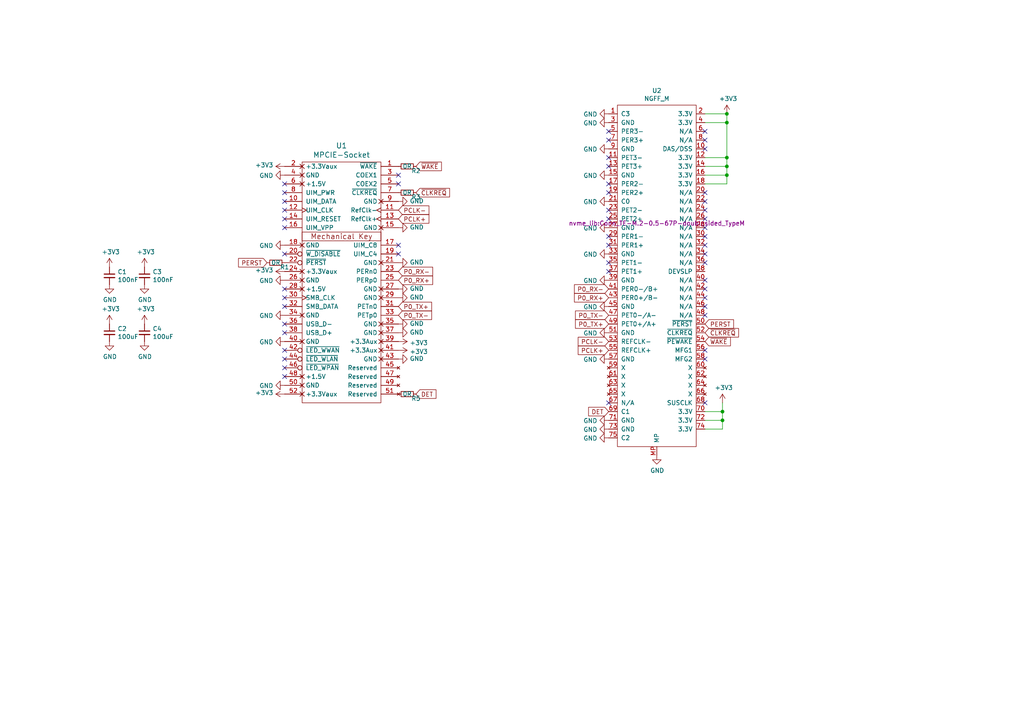
<source format=kicad_sch>
(kicad_sch (version 20230121) (generator eeschema)
  (paper "A4")
  (lib_symbols
    (symbol "Device:C_Small" (pin_numbers hide) (pin_names (offset 0.254) hide)
      (property "Reference" "C" (at 0.254 1.778 0))
      (property "Value" "C_Small" (at 0.254 -2.032 0))
      (symbol "C_Small_0_1"
        (polyline (pts (xy -1.524 -0.508) (xy 1.524 -0.508)) (stroke (width 0.3302)))
        (polyline (pts (xy -1.524 0.508) (xy 1.524 0.508)) (stroke (width 0.3048)))
      )
      (symbol "C_Small_1_1"
        (pin passive line (at 0 2.54 270) (length 2.032) (name "~") (number "1"))
        (pin passive line (at 0 -2.54 90) (length 2.032) (name "~") (number "2"))
      )
    )
    (symbol "Device:R_Small" (pin_numbers hide) (pin_names (offset 0.254) hide)
      (property "Reference" "R" (at 0.762 0.508 0))
      (property "Value" "R_Small" (at 0.762 -1.016 0))
      (symbol "R_Small_0_1"
        (rectangle (start -0.762 1.778) (end 0.762 -1.778) (stroke (width 0.2032)))
      )
      (symbol "R_Small_1_1"
        (pin passive line (at 0 2.54 270) (length 0.762) (name "~") (number "1"))
        (pin passive line (at 0 -2.54 90) (length 0.762) (name "~") (number "2"))
      )
    )
    (symbol "mpcie:MPCIE-Socket" (pin_names (offset 1.016))
      (property "Reference" "U" (at -10.16 33.02 0))
      (property "Value" "MPCIE-Socket" (at 2.54 -39.37 0))
      (symbol "MPCIE-Socket_0_0"
        (text "Mechanical Key" (at 0 -16.51 0) (effects (font (size 1.524 1.524))))
      )
      (symbol "MPCIE-Socket_0_1"
        (rectangle (start -11.43 -38.1) (end 11.43 31.75))
        (rectangle (start -11.43 -15.24) (end 11.43 -17.78))
      )
      (symbol "MPCIE-Socket_1_1"
        (pin bidirectional line (at -16.51 -36.83 0) (length 5.08) (name "~{WAKE}") (number "1"))
        (pin bidirectional line (at 16.51 -26.67 180) (length 5.08) (name "UIM_DATA") (number "10"))
        (pin input clock (at -16.51 -24.13 0) (length 5.08) (name "RefClk-") (number "11"))
        (pin bidirectional clock (at 16.51 -24.13 180) (length 5.08) (name "UIM_CLK") (number "12"))
        (pin input clock (at -16.51 -21.59 0) (length 5.08) (name "RefClk+") (number "13"))
        (pin bidirectional line (at 16.51 -21.59 180) (length 5.08) (name "UIM_RESET") (number "14"))
        (pin power_in non_logic (at -16.51 -19.05 0) (length 5.08) (name "GND") (number "15"))
        (pin bidirectional line (at 16.51 -19.05 180) (length 5.08) (name "UIM_VPP") (number "16"))
        (pin bidirectional line (at -16.51 -13.97 0) (length 5.08) (name "UIM_C8") (number "17"))
        (pin power_in non_logic (at 16.51 -13.97 180) (length 5.08) (name "GND") (number "18"))
        (pin bidirectional line (at -16.51 -11.43 0) (length 5.08) (name "UIM_C4") (number "19"))
        (pin power_in non_logic (at 16.51 -36.83 180) (length 5.08) (name "+3.3Vaux") (number "2"))
        (pin bidirectional inverted (at 16.51 -11.43 180) (length 5.08) (name "~{W_DISABLE}") (number "20"))
        (pin power_in non_logic (at -16.51 -8.89 0) (length 5.08) (name "GND") (number "21"))
        (pin bidirectional inverted (at 16.51 -8.89 180) (length 5.08) (name "~{PERST}") (number "22"))
        (pin bidirectional line (at -16.51 -6.35 0) (length 5.08) (name "PERn0") (number "23"))
        (pin power_in non_logic (at 16.51 -6.35 180) (length 5.08) (name "+3.3Vaux") (number "24"))
        (pin bidirectional line (at -16.51 -3.81 0) (length 5.08) (name "PERp0") (number "25"))
        (pin power_in non_logic (at 16.51 -3.81 180) (length 5.08) (name "GND") (number "26"))
        (pin power_in non_logic (at -16.51 -1.27 0) (length 5.08) (name "GND") (number "27"))
        (pin power_in non_logic (at 16.51 -1.27 180) (length 5.08) (name "+1.5V") (number "28"))
        (pin power_in non_logic (at -16.51 1.27 0) (length 5.08) (name "GND") (number "29"))
        (pin bidirectional line (at -16.51 -34.29 0) (length 5.08) (name "COEX1") (number "3"))
        (pin bidirectional clock (at 16.51 1.27 180) (length 5.08) (name "SMB_CLK") (number "30"))
        (pin bidirectional line (at -16.51 3.81 0) (length 5.08) (name "PETn0") (number "31"))
        (pin bidirectional line (at 16.51 3.81 180) (length 5.08) (name "SMB_DATA") (number "32"))
        (pin bidirectional line (at -16.51 6.35 0) (length 5.08) (name "PETp0") (number "33"))
        (pin power_in non_logic (at 16.51 6.35 180) (length 5.08) (name "GND") (number "34"))
        (pin power_in non_logic (at -16.51 8.89 0) (length 5.08) (name "GND") (number "35"))
        (pin bidirectional line (at 16.51 8.89 180) (length 5.08) (name "USB_D-") (number "36"))
        (pin power_in non_logic (at -16.51 11.43 0) (length 5.08) (name "GND") (number "37"))
        (pin bidirectional line (at 16.51 11.43 180) (length 5.08) (name "USB_D+") (number "38"))
        (pin power_in non_logic (at -16.51 13.97 0) (length 5.08) (name "+3.3Aux") (number "39"))
        (pin power_in non_logic (at 16.51 -34.29 180) (length 5.08) (name "GND") (number "4"))
        (pin power_in non_logic (at 16.51 13.97 180) (length 5.08) (name "GND") (number "40"))
        (pin power_in non_logic (at -16.51 16.51 0) (length 5.08) (name "+3.3Aux") (number "41"))
        (pin bidirectional inverted (at 16.51 16.51 180) (length 5.08) (name "~{LED_WWAN}") (number "42"))
        (pin power_in non_logic (at -16.51 19.05 0) (length 5.08) (name "GND") (number "43"))
        (pin bidirectional inverted (at 16.51 19.05 180) (length 5.08) (name "~{LED_WLAN}") (number "44"))
        (pin no_connect line (at -16.51 21.59 0) (length 5.08) (name "Reserved") (number "45"))
        (pin bidirectional inverted (at 16.51 21.59 180) (length 5.08) (name "~{LED_WPAN}") (number "46"))
        (pin no_connect line (at -16.51 24.13 0) (length 5.08) (name "Reserved") (number "47"))
        (pin power_in non_logic (at 16.51 24.13 180) (length 5.08) (name "+1.5V") (number "48"))
        (pin no_connect line (at -16.51 26.67 0) (length 5.08) (name "Reserved") (number "49"))
        (pin bidirectional line (at -16.51 -31.75 0) (length 5.08) (name "COEX2") (number "5"))
        (pin power_in non_logic (at 16.51 26.67 180) (length 5.08) (name "GND") (number "50"))
        (pin no_connect line (at -16.51 29.21 0) (length 5.08) (name "Reserved") (number "51"))
        (pin power_in non_logic (at 16.51 29.21 180) (length 5.08) (name "+3.3Vaux") (number "52"))
        (pin power_in non_logic (at 16.51 -31.75 180) (length 5.08) (name "+1.5V") (number "6"))
        (pin bidirectional line (at -16.51 -29.21 0) (length 5.08) (name "~{CLKREQ}") (number "7"))
        (pin bidirectional line (at 16.51 -29.21 180) (length 5.08) (name "UIM_PWR") (number "8"))
        (pin power_in non_logic (at -16.51 -26.67 0) (length 5.08) (name "GND") (number "9"))
      )
    )
    (symbol "mpcie_nvme_reversed-rescue:+3.3V-power" (power) (pin_names (offset 0))
      (property "Value" "+3.3V-power" (at 0 3.556 0))
      (symbol "+3.3V-power_0_1"
        (polyline (pts (xy -0.762 1.27) (xy 0 2.54)))
        (polyline (pts (xy 0 0) (xy 0 2.54)))
        (polyline (pts (xy 0 2.54) (xy 0.762 1.27)))
      )
      (symbol "+3.3V-power_1_1"
        (pin power_in line (at 0 0 90) (length 0) hide (name "+3V3") (number "1"))
      )
    )
    (symbol "nvme:NGFF_M" (pin_names (offset 1.016))
      (property "Reference" "U" (at -10.16 35.56 0))
      (property "Value" "NGFF_M" (at -7.62 -66.04 0))
      (symbol "NGFF_M_0_1"
        (rectangle (start -11.43 34.29) (end 11.43 -64.77))
      )
      (symbol "NGFF_M_1_1"
        (pin input line (at -13.97 31.75 0) (length 2.54) (name "C3") (number "1"))
        (pin input line (at 13.97 21.59 180) (length 2.54) (name "DAS/DSS") (number "10"))
        (pin input line (at -13.97 19.05 0) (length 2.54) (name "PET3-") (number "11"))
        (pin input line (at 13.97 19.05 180) (length 2.54) (name "3.3V") (number "12"))
        (pin input line (at -13.97 16.51 0) (length 2.54) (name "PET3+") (number "13"))
        (pin input line (at 13.97 16.51 180) (length 2.54) (name "3.3V") (number "14"))
        (pin input line (at -13.97 13.97 0) (length 2.54) (name "GND") (number "15"))
        (pin input line (at 13.97 13.97 180) (length 2.54) (name "3.3V") (number "16"))
        (pin input line (at -13.97 11.43 0) (length 2.54) (name "PER2-") (number "17"))
        (pin input line (at 13.97 11.43 180) (length 2.54) (name "3.3V") (number "18"))
        (pin input line (at -13.97 8.89 0) (length 2.54) (name "PER2+") (number "19"))
        (pin input line (at 13.97 31.75 180) (length 2.54) (name "3.3V") (number "2"))
        (pin input line (at 13.97 8.89 180) (length 2.54) (name "N/A") (number "20"))
        (pin input line (at -13.97 6.35 0) (length 2.54) (name "C0") (number "21"))
        (pin input line (at 13.97 6.35 180) (length 2.54) (name "N/A") (number "22"))
        (pin input line (at -13.97 3.81 0) (length 2.54) (name "PET2-") (number "23"))
        (pin input line (at 13.97 3.81 180) (length 2.54) (name "N/A") (number "24"))
        (pin input line (at -13.97 1.27 0) (length 2.54) (name "PET2+") (number "25"))
        (pin input line (at 13.97 1.27 180) (length 2.54) (name "N/A") (number "26"))
        (pin input line (at -13.97 -1.27 0) (length 2.54) (name "GND") (number "27"))
        (pin input line (at 13.97 -1.27 180) (length 2.54) (name "N/A") (number "28"))
        (pin input line (at -13.97 -3.81 0) (length 2.54) (name "PER1-") (number "29"))
        (pin input line (at -13.97 29.21 0) (length 2.54) (name "GND") (number "3"))
        (pin input line (at 13.97 -3.81 180) (length 2.54) (name "N/A") (number "30"))
        (pin input line (at -13.97 -6.35 0) (length 2.54) (name "PER1+") (number "31"))
        (pin input line (at 13.97 -6.35 180) (length 2.54) (name "N/A") (number "32"))
        (pin input line (at -13.97 -8.89 0) (length 2.54) (name "GND") (number "33"))
        (pin input line (at 13.97 -8.89 180) (length 2.54) (name "N/A") (number "34"))
        (pin input line (at -13.97 -11.43 0) (length 2.54) (name "PET1-") (number "35"))
        (pin input line (at 13.97 -11.43 180) (length 2.54) (name "N/A") (number "36"))
        (pin input line (at -13.97 -13.97 0) (length 2.54) (name "PET1+") (number "37"))
        (pin input line (at 13.97 -13.97 180) (length 2.54) (name "DEVSLP") (number "38"))
        (pin input line (at -13.97 -16.51 0) (length 2.54) (name "GND") (number "39"))
        (pin input line (at 13.97 29.21 180) (length 2.54) (name "3.3V") (number "4"))
        (pin input line (at 13.97 -16.51 180) (length 2.54) (name "N/A") (number "40"))
        (pin input line (at -13.97 -19.05 0) (length 2.54) (name "PER0-/B+") (number "41"))
        (pin input line (at 13.97 -19.05 180) (length 2.54) (name "N/A") (number "42"))
        (pin input line (at -13.97 -21.59 0) (length 2.54) (name "PER0+/B-") (number "43"))
        (pin input line (at 13.97 -21.59 180) (length 2.54) (name "N/A") (number "44"))
        (pin input line (at -13.97 -24.13 0) (length 2.54) (name "GND") (number "45"))
        (pin input line (at 13.97 -24.13 180) (length 2.54) (name "N/A") (number "46"))
        (pin input line (at -13.97 -26.67 0) (length 2.54) (name "PET0-/A-") (number "47"))
        (pin input line (at 13.97 -26.67 180) (length 2.54) (name "N/A") (number "48"))
        (pin input line (at -13.97 -29.21 0) (length 2.54) (name "PET0+/A+") (number "49"))
        (pin input line (at -13.97 26.67 0) (length 2.54) (name "PER3-") (number "5"))
        (pin input line (at 13.97 -29.21 180) (length 2.54) (name "~{PERST}") (number "50"))
        (pin input line (at -13.97 -31.75 0) (length 2.54) (name "GND") (number "51"))
        (pin input line (at 13.97 -31.75 180) (length 2.54) (name "~{CLKREQ}") (number "52"))
        (pin input line (at -13.97 -34.29 0) (length 2.54) (name "REFCLK-") (number "53"))
        (pin input line (at 13.97 -34.29 180) (length 2.54) (name "~{PEWAKE}") (number "54"))
        (pin input line (at -13.97 -36.83 0) (length 2.54) (name "REFCLK+") (number "55"))
        (pin input line (at 13.97 -36.83 180) (length 2.54) (name "MFG1") (number "56"))
        (pin input line (at -13.97 -39.37 0) (length 2.54) (name "GND") (number "57"))
        (pin input line (at 13.97 -39.37 180) (length 2.54) (name "MFG2") (number "58"))
        (pin no_connect line (at -13.97 -41.91 0) (length 2.54) (name "X") (number "59"))
        (pin input line (at 13.97 26.67 180) (length 2.54) (name "N/A") (number "6"))
        (pin no_connect line (at 13.97 -41.91 180) (length 2.54) (name "X") (number "60"))
        (pin no_connect line (at -13.97 -44.45 0) (length 2.54) (name "X") (number "61"))
        (pin no_connect line (at 13.97 -44.45 180) (length 2.54) (name "X") (number "62"))
        (pin no_connect line (at -13.97 -46.99 0) (length 2.54) (name "X") (number "63"))
        (pin no_connect line (at 13.97 -46.99 180) (length 2.54) (name "X") (number "64"))
        (pin no_connect line (at -13.97 -49.53 0) (length 2.54) (name "X") (number "65"))
        (pin no_connect line (at 13.97 -49.53 180) (length 2.54) (name "X") (number "66"))
        (pin input line (at -13.97 -52.07 0) (length 2.54) (name "N/A") (number "67"))
        (pin input line (at 13.97 -52.07 180) (length 2.54) (name "SUSCLK") (number "68"))
        (pin input line (at -13.97 -54.61 0) (length 2.54) (name "C1") (number "69"))
        (pin input line (at -13.97 24.13 0) (length 2.54) (name "PER3+") (number "7"))
        (pin input line (at 13.97 -54.61 180) (length 2.54) (name "3.3V") (number "70"))
        (pin input line (at -13.97 -57.15 0) (length 2.54) (name "GND") (number "71"))
        (pin input line (at 13.97 -57.15 180) (length 2.54) (name "3.3V") (number "72"))
        (pin input line (at -13.97 -59.69 0) (length 2.54) (name "GND") (number "73"))
        (pin input line (at 13.97 -59.69 180) (length 2.54) (name "3.3V") (number "74"))
        (pin input line (at -13.97 -62.23 0) (length 2.54) (name "C2") (number "75"))
        (pin input line (at 13.97 24.13 180) (length 2.54) (name "N/A") (number "8"))
        (pin input line (at -13.97 21.59 0) (length 2.54) (name "GND") (number "9"))
        (pin input line (at 0 -67.31 90) (length 2.54) (name "MP") (number "MP"))
      )
    )
    (symbol "power:GND" (power) (pin_names (offset 0))
      (property "Value" "GND" (at 0 -3.81 0))
      (symbol "GND_0_1"
        (polyline (pts (xy 0 0) (xy 0 -1.27) (xy 1.27 -1.27) (xy 0 -2.54) (xy -1.27 -1.27) (xy 0 -1.27)))
      )
      (symbol "GND_1_1"
        (pin power_in line (at 0 0 270) (length 0) hide (name "GND") (number "1"))
      )
    )
  )
  (junction (at 209.55 121.92))
  (junction (at 209.55 119.38))
  (junction (at 210.82 45.72))
  (junction (at 210.82 35.56))
  (junction (at 210.82 48.26))
  (junction (at 210.82 33.02))
  (junction (at 210.82 50.8))
  (no_connect (at 176.53 116.84))
  (no_connect (at 82.55 53.34))
  (no_connect (at 204.47 55.88))
  (no_connect (at 82.55 83.82))
  (no_connect (at 82.55 88.9))
  (no_connect (at 176.53 78.74))
  (no_connect (at 176.53 38.1))
  (no_connect (at 176.53 55.88))
  (no_connect (at 82.55 66.04))
  (no_connect (at 115.57 73.66))
  (no_connect (at 204.47 40.64))
  (no_connect (at 204.47 38.1))
  (no_connect (at 204.47 66.04))
  (no_connect (at 115.57 50.8))
  (no_connect (at 204.47 91.44))
  (no_connect (at 82.55 96.52))
  (no_connect (at 204.47 101.6))
  (no_connect (at 204.47 43.18))
  (no_connect (at 204.47 58.42))
  (no_connect (at 204.47 60.96))
  (no_connect (at 176.53 68.58))
  (no_connect (at 82.55 101.6))
  (no_connect (at 176.53 48.26))
  (no_connect (at 176.53 76.2))
  (no_connect (at 82.55 109.22))
  (no_connect (at 204.47 83.82))
  (no_connect (at 176.53 60.96))
  (no_connect (at 82.55 104.14))
  (no_connect (at 204.47 88.9))
  (no_connect (at 204.47 86.36))
  (no_connect (at 176.53 40.64))
  (no_connect (at 204.47 71.12))
  (no_connect (at 82.55 60.96))
  (no_connect (at 82.55 106.68))
  (no_connect (at 204.47 73.66))
  (no_connect (at 82.55 73.66))
  (no_connect (at 204.47 68.58))
  (no_connect (at 204.47 104.14))
  (no_connect (at 176.53 53.34))
  (no_connect (at 115.57 53.34))
  (no_connect (at 82.55 93.98))
  (no_connect (at 82.55 86.36))
  (no_connect (at 176.53 45.72))
  (no_connect (at 204.47 63.5))
  (no_connect (at 176.53 71.12))
  (no_connect (at 82.55 58.42))
  (no_connect (at 176.53 63.5))
  (no_connect (at 82.55 55.88))
  (no_connect (at 204.47 76.2))
  (no_connect (at 204.47 116.84))
  (no_connect (at 82.55 63.5))
  (no_connect (at 115.57 71.12))
  (no_connect (at 204.47 81.28))
  (wire (pts (xy 210.82 33.02) (xy 204.47 33.02)))
  (wire (pts (xy 204.47 50.8) (xy 210.82 50.8)))
  (wire (pts (xy 209.55 124.46) (xy 209.55 121.92)))
  (wire (pts (xy 204.47 45.72) (xy 210.82 45.72)))
  (wire (pts (xy 210.82 33.02) (xy 210.82 35.56)))
  (wire (pts (xy 209.55 121.92) (xy 209.55 119.38)))
  (wire (pts (xy 209.55 121.92) (xy 204.47 121.92)))
  (wire (pts (xy 210.82 53.34) (xy 204.47 53.34)))
  (wire (pts (xy 209.55 119.38) (xy 209.55 116.84)))
  (wire (pts (xy 210.82 35.56) (xy 210.82 45.72)))
  (wire (pts (xy 204.47 35.56) (xy 210.82 35.56)))
  (wire (pts (xy 210.82 48.26) (xy 204.47 48.26)))
  (wire (pts (xy 210.82 50.8) (xy 210.82 53.34)))
  (wire (pts (xy 210.82 48.26) (xy 210.82 50.8)))
  (wire (pts (xy 210.82 45.72) (xy 210.82 48.26)))
  (wire (pts (xy 204.47 124.46) (xy 209.55 124.46)))
  (wire (pts (xy 204.47 119.38) (xy 209.55 119.38)))
  (global_label "PCLK+" (shape input) (at 115.57 63.5 0) (property "Intersheetrefs" "${INTERSHEET_REFS}" (effects hide)))
  (global_label "P0_RX+" (shape input) (at 176.53 86.36 180) (property "Intersheetrefs" "${INTERSHEET_REFS}" (effects hide)))
  (global_label "~{CLKREQ}" (shape input) (at 120.65 55.88 0) (property "Intersheetrefs" "${INTERSHEET_REFS}" (effects hide)))
  (global_label "P0_TX+" (shape input) (at 176.53 93.98 180) (property "Intersheetrefs" "${INTERSHEET_REFS}" (effects hide)))
  (global_label "PERST" (shape input) (at 77.47 76.2 180) (property "Intersheetrefs" "${INTERSHEET_REFS}" (effects hide)))
  (global_label "P0_RX-" (shape input) (at 176.53 83.82 180) (property "Intersheetrefs" "${INTERSHEET_REFS}" (effects hide)))
  (global_label "P0_TX+" (shape input) (at 115.57 88.9 0) (property "Intersheetrefs" "${INTERSHEET_REFS}" (effects hide)))
  (global_label "DET" (shape input) (at 176.53 119.38 180) (property "Intersheetrefs" "${INTERSHEET_REFS}" (effects hide)))
  (global_label "~{WAKE}" (shape input) (at 120.65 48.26 0) (property "Intersheetrefs" "${INTERSHEET_REFS}" (effects hide)))
  (global_label "~{CLKREQ}" (shape input) (at 204.47 96.52 0) (property "Intersheetrefs" "${INTERSHEET_REFS}" (effects hide)))
  (global_label "PCLK-" (shape input) (at 115.57 60.96 0) (property "Intersheetrefs" "${INTERSHEET_REFS}" (effects hide)))
  (global_label "PCLK+" (shape input) (at 176.53 101.6 180) (property "Intersheetrefs" "${INTERSHEET_REFS}" (effects hide)))
  (global_label "DET" (shape input) (at 120.65 114.3 0) (property "Intersheetrefs" "${INTERSHEET_REFS}" (effects hide)))
  (global_label "~{WAKE}" (shape input) (at 204.47 99.06 0) (property "Intersheetrefs" "${INTERSHEET_REFS}" (effects hide)))
  (global_label "P0_TX-" (shape input) (at 176.53 91.44 180) (property "Intersheetrefs" "${INTERSHEET_REFS}" (effects hide)))
  (global_label "P0_TX-" (shape input) (at 115.57 91.44 0) (property "Intersheetrefs" "${INTERSHEET_REFS}" (effects hide)))
  (global_label "P0_RX-" (shape input) (at 115.57 78.74 0) (property "Intersheetrefs" "${INTERSHEET_REFS}" (effects hide)))
  (global_label "PCLK-" (shape input) (at 176.53 99.06 180) (property "Intersheetrefs" "${INTERSHEET_REFS}" (effects hide)))
  (global_label "PERST" (shape input) (at 204.47 93.98 0) (property "Intersheetrefs" "${INTERSHEET_REFS}" (effects hide)))
  (global_label "P0_RX+" (shape input) (at 115.57 81.28 0) (property "Intersheetrefs" "${INTERSHEET_REFS}" (effects hide)))
  (symbol (lib_id "mpcie:MPCIE-Socket") (at 99.06 85.09 180) (unit 1)
    (property "Reference" "U1" (at 99.06 42.2402 0) (effects (font (size 1.524 1.524))))
    (property "Value" "MPCIE-Socket" (at 99.06 44.9326 0) (effects (font (size 1.524 1.524))))
    (property "Footprint" "mpcie_lib:mpcie-half-card" (effects hide))
  )
  (symbol (lib_id "nvme:NGFF_M") (at 190.5 64.77 0) (unit 1)
    (property "Reference" "U2" (at 190.5 26.289 0))
    (property "Value" "NGFF_M" (at 190.5 28.6004 0))
    (property "Footprint" "nvme_lib:Conn_TE-M.2-0.5-67P-doublesided_TypeM" (at 190.5 64.77 0))
  )
  (symbol (lib_id "mpcie_nvme_reversed-rescue:+3.3V-power") (at 82.55 48.26 90) (unit 1)
    (property "Reference" "#PWR0101" (effects hide))
    (property "Value" "+3.3V" (at 79.2988 47.879 90) (effects (justify left)))
  )
  (symbol (lib_id "mpcie_nvme_reversed-rescue:+3.3V-power") (at 82.55 114.3 90) (unit 1)
    (property "Reference" "#PWR0102" (effects hide))
    (property "Value" "+3.3V" (at 79.2988 113.919 90) (effects (justify left)))
  )
  (symbol (lib_id "mpcie_nvme_reversed-rescue:+3.3V-power") (at 115.57 101.6 270) (unit 1)
    (property "Reference" "#PWR0103" (effects hide))
    (property "Value" "+3.3V" (at 118.8212 101.981 90) (effects (justify left)))
  )
  (symbol (lib_id "mpcie_nvme_reversed-rescue:+3.3V-power") (at 115.57 99.06 270) (unit 1)
    (property "Reference" "#PWR0104" (effects hide))
    (property "Value" "+3.3V" (at 118.8212 99.441 90) (effects (justify left)))
  )
  (symbol (lib_id "mpcie_nvme_reversed-rescue:+3.3V-power") (at 210.82 33.02 0) (unit 1)
    (property "Reference" "#PWR0105" (effects hide))
    (property "Value" "+3.3V" (at 211.201 28.6258 0))
  )
  (symbol (lib_id "power:GND") (at 176.53 104.14 270) (unit 1)
    (property "Reference" "#PWR0106" (effects hide))
    (property "Value" "GND" (at 173.2788 104.267 90) (effects (justify right)))
  )
  (symbol (lib_id "power:GND") (at 176.53 121.92 270) (unit 1)
    (property "Reference" "#PWR0107" (effects hide))
    (property "Value" "GND" (at 173.2788 122.047 90) (effects (justify right)))
  )
  (symbol (lib_id "power:GND") (at 176.53 124.46 270) (unit 1)
    (property "Reference" "#PWR0108" (effects hide))
    (property "Value" "GND" (at 173.2788 124.587 90) (effects (justify right)))
  )
  (symbol (lib_id "power:GND") (at 176.53 96.52 270) (unit 1)
    (property "Reference" "#PWR0109" (effects hide))
    (property "Value" "GND" (at 173.2788 96.647 90) (effects (justify right)))
  )
  (symbol (lib_id "power:GND") (at 176.53 88.9 270) (unit 1)
    (property "Reference" "#PWR0110" (effects hide))
    (property "Value" "GND" (at 173.2788 89.027 90) (effects (justify right)))
  )
  (symbol (lib_id "power:GND") (at 176.53 81.28 270) (unit 1)
    (property "Reference" "#PWR0111" (effects hide))
    (property "Value" "GND" (at 173.2788 81.407 90) (effects (justify right)))
  )
  (symbol (lib_id "power:GND") (at 176.53 73.66 270) (unit 1)
    (property "Reference" "#PWR0112" (effects hide))
    (property "Value" "GND" (at 173.2788 73.787 90) (effects (justify right)))
  )
  (symbol (lib_id "power:GND") (at 176.53 66.04 270) (unit 1)
    (property "Reference" "#PWR0113" (effects hide))
    (property "Value" "GND" (at 173.2788 66.167 90) (effects (justify right)))
  )
  (symbol (lib_id "power:GND") (at 176.53 50.8 270) (unit 1)
    (property "Reference" "#PWR0114" (effects hide))
    (property "Value" "GND" (at 173.2788 50.927 90) (effects (justify right)))
  )
  (symbol (lib_id "power:GND") (at 176.53 43.18 270) (unit 1)
    (property "Reference" "#PWR0115" (effects hide))
    (property "Value" "GND" (at 173.2788 43.307 90) (effects (justify right)))
  )
  (symbol (lib_id "power:GND") (at 176.53 33.02 270) (unit 1)
    (property "Reference" "#PWR0116" (effects hide))
    (property "Value" "GND" (at 173.2788 33.147 90) (effects (justify right)))
  )
  (symbol (lib_id "power:GND") (at 176.53 35.56 270) (unit 1)
    (property "Reference" "#PWR0117" (effects hide))
    (property "Value" "GND" (at 173.2788 35.687 90) (effects (justify right)))
  )
  (symbol (lib_id "power:GND") (at 176.53 58.42 270) (unit 1)
    (property "Reference" "#PWR0118" (effects hide))
    (property "Value" "GND" (at 173.2788 58.547 90) (effects (justify right)))
  )
  (symbol (lib_id "mpcie_nvme_reversed-rescue:+3.3V-power") (at 209.55 116.84 0) (unit 1)
    (property "Reference" "#PWR0119" (effects hide))
    (property "Value" "+3.3V" (at 209.931 112.4458 0))
  )
  (symbol (lib_id "power:GND") (at 176.53 127 270) (unit 1)
    (property "Reference" "#PWR0120" (effects hide))
    (property "Value" "GND" (at 173.2788 127.127 90) (effects (justify right)))
  )
  (symbol (lib_id "power:GND") (at 82.55 111.76 270) (unit 1)
    (property "Reference" "#PWR0121" (effects hide))
    (property "Value" "GND" (at 79.2988 111.887 90) (effects (justify right)))
  )
  (symbol (lib_id "power:GND") (at 82.55 99.06 270) (unit 1)
    (property "Reference" "#PWR0122" (effects hide))
    (property "Value" "GND" (at 79.2988 99.187 90) (effects (justify right)))
  )
  (symbol (lib_id "power:GND") (at 82.55 91.44 270) (unit 1)
    (property "Reference" "#PWR0123" (effects hide))
    (property "Value" "GND" (at 79.2988 91.567 90) (effects (justify right)))
  )
  (symbol (lib_id "power:GND") (at 82.55 81.28 270) (unit 1)
    (property "Reference" "#PWR0124" (effects hide))
    (property "Value" "GND" (at 79.2988 81.407 90) (effects (justify right)))
  )
  (symbol (lib_id "power:GND") (at 115.57 86.36 90) (unit 1)
    (property "Reference" "#PWR0125" (effects hide))
    (property "Value" "GND" (at 118.8212 86.233 90) (effects (justify right)))
  )
  (symbol (lib_id "power:GND") (at 115.57 83.82 90) (unit 1)
    (property "Reference" "#PWR0126" (effects hide))
    (property "Value" "GND" (at 118.8212 83.693 90) (effects (justify right)))
  )
  (symbol (lib_id "power:GND") (at 115.57 93.98 90) (unit 1)
    (property "Reference" "#PWR0127" (effects hide))
    (property "Value" "GND" (at 118.8212 93.853 90) (effects (justify right)))
  )
  (symbol (lib_id "power:GND") (at 115.57 96.52 90) (unit 1)
    (property "Reference" "#PWR0128" (effects hide))
    (property "Value" "GND" (at 118.8212 96.393 90) (effects (justify right)))
  )
  (symbol (lib_id "power:GND") (at 115.57 104.14 90) (unit 1)
    (property "Reference" "#PWR0129" (effects hide))
    (property "Value" "GND" (at 118.8212 104.013 90) (effects (justify right)))
  )
  (symbol (lib_id "power:GND") (at 115.57 76.2 90) (unit 1)
    (property "Reference" "#PWR0130" (effects hide))
    (property "Value" "GND" (at 118.8212 76.073 90) (effects (justify right)))
  )
  (symbol (lib_id "power:GND") (at 115.57 66.04 90) (unit 1)
    (property "Reference" "#PWR0131" (effects hide))
    (property "Value" "GND" (at 118.8212 65.913 90) (effects (justify right)))
  )
  (symbol (lib_id "power:GND") (at 115.57 58.42 90) (unit 1)
    (property "Reference" "#PWR0132" (effects hide))
    (property "Value" "GND" (at 118.8212 58.293 90) (effects (justify right)))
  )
  (symbol (lib_id "power:GND") (at 82.55 50.8 270) (unit 1)
    (property "Reference" "#PWR0133" (effects hide))
    (property "Value" "GND" (at 79.2988 50.927 90) (effects (justify right)))
  )
  (symbol (lib_id "power:GND") (at 82.55 71.12 270) (unit 1)
    (property "Reference" "#PWR0134" (effects hide))
    (property "Value" "GND" (at 79.2988 71.247 90) (effects (justify right)))
  )
  (symbol (lib_id "power:GND") (at 190.5 132.08 0) (unit 1)
    (property "Reference" "#PWR0136" (effects hide))
    (property "Value" "GND" (at 190.627 136.4742 0))
  )
  (symbol (lib_id "Device:R_Small") (at 118.11 114.3 270) (unit 1)
    (property "Reference" "R5" (at 120.65 115.57 90))
    (property "Value" "0R" (at 118.11 114.3 90))
    (property "Footprint" "Resistor_SMD:R_0603_1608Metric" (effects hide))
  )
  (symbol (lib_id "Device:R_Small") (at 118.11 55.88 270) (unit 1)
    (property "Reference" "R3" (at 120.65 57.15 90))
    (property "Value" "0R" (at 118.11 55.88 90))
    (property "Footprint" "Resistor_SMD:R_0603_1608Metric" (effects hide))
  )
  (symbol (lib_id "Device:R_Small") (at 118.11 48.26 270) (unit 1)
    (property "Reference" "R2" (at 120.65 49.53 90))
    (property "Value" "0R" (at 118.11 48.26 90))
    (property "Footprint" "Resistor_SMD:R_0603_1608Metric" (effects hide))
  )
  (symbol (lib_id "mpcie_nvme_reversed-rescue:+3.3V-power") (at 82.55 78.74 90) (unit 1)
    (property "Reference" "#PWR0135" (effects hide))
    (property "Value" "+3.3V" (at 79.2988 78.359 90) (effects (justify left)))
  )
  (symbol (lib_id "Device:R_Small") (at 80.01 76.2 270) (unit 1)
    (property "Reference" "R1" (at 82.55 77.47 90))
    (property "Value" "0R" (at 80.01 76.2 90))
    (property "Footprint" "Resistor_SMD:R_0603_1608Metric" (effects hide))
  )
  (symbol (lib_id "Device:C_Small") (at 41.91 80.01 0) (unit 1)
    (property "Reference" "C3" (at 44.2468 78.8416 0) (effects (justify left)))
    (property "Value" "100nF" (at 44.2468 81.153 0) (effects (justify left)))
    (property "Footprint" "Capacitor_SMD:C_0805_2012Metric" (effects hide))
  )
  (symbol (lib_id "power:GND") (at 41.91 82.55 0) (unit 1)
    (property "Reference" "#PWR0137" (effects hide))
    (property "Value" "GND" (at 42.037 86.9442 0))
  )
  (symbol (lib_id "mpcie_nvme_reversed-rescue:+3.3V-power") (at 41.91 77.47 0) (unit 1)
    (property "Reference" "#PWR0138" (effects hide))
    (property "Value" "+3.3V" (at 42.291 73.0758 0))
  )
  (symbol (lib_id "Device:C_Small") (at 31.75 80.01 0) (unit 1)
    (property "Reference" "C1" (at 34.0868 78.8416 0) (effects (justify left)))
    (property "Value" "100nF" (at 34.0868 81.153 0) (effects (justify left)))
    (property "Footprint" "Capacitor_SMD:C_0805_2012Metric" (effects hide))
  )
  (symbol (lib_id "power:GND") (at 31.75 82.55 0) (unit 1)
    (property "Reference" "#PWR0139" (effects hide))
    (property "Value" "GND" (at 31.877 86.9442 0))
  )
  (symbol (lib_id "mpcie_nvme_reversed-rescue:+3.3V-power") (at 31.75 77.47 0) (unit 1)
    (property "Reference" "#PWR0140" (effects hide))
    (property "Value" "+3.3V" (at 32.131 73.0758 0))
  )
  (symbol (lib_id "Device:C_Small") (at 41.91 96.52 0) (unit 1)
    (property "Reference" "C4" (at 44.2468 95.3516 0) (effects (justify left)))
    (property "Value" "100uF" (at 44.2468 97.663 0) (effects (justify left)))
    (property "Footprint" "Capacitor_Tantalum_SMD:CP_EIA-2012-12_Kemet-R_Pad1.30x1.05mm_HandSolder" (effects hide))
  )
  (symbol (lib_id "power:GND") (at 41.91 99.06 0) (unit 1)
    (property "Reference" "#PWR0141" (effects hide))
    (property "Value" "GND" (at 42.037 103.4542 0))
  )
  (symbol (lib_id "mpcie_nvme_reversed-rescue:+3.3V-power") (at 41.91 93.98 0) (unit 1)
    (property "Reference" "#PWR0142" (effects hide))
    (property "Value" "+3.3V" (at 42.291 89.5858 0))
  )
  (symbol (lib_id "Device:C_Small") (at 31.75 96.52 0) (unit 1)
    (property "Reference" "C2" (at 34.0868 95.3516 0) (effects (justify left)))
    (property "Value" "100uF" (at 34.0868 97.663 0) (effects (justify left)))
    (property "Footprint" "Capacitor_Tantalum_SMD:CP_EIA-2012-12_Kemet-R_Pad1.30x1.05mm_HandSolder" (effects hide))
  )
  (symbol (lib_id "power:GND") (at 31.75 99.06 0) (unit 1)
    (property "Reference" "#PWR0143" (effects hide))
    (property "Value" "GND" (at 31.877 103.4542 0))
  )
  (symbol (lib_id "mpcie_nvme_reversed-rescue:+3.3V-power") (at 31.75 93.98 0) (unit 1)
    (property "Reference" "#PWR0144" (effects hide))
    (property "Value" "+3.3V" (at 32.131 89.5858 0))
  )
)
</source>
